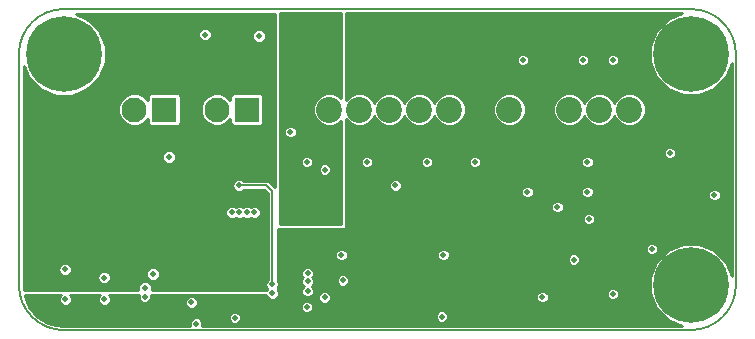
<source format=gbr>
G04 #@! TF.GenerationSoftware,KiCad,Pcbnew,5.0.2+dfsg1-1*
G04 #@! TF.CreationDate,2021-06-07T16:10:35-04:00*
G04 #@! TF.ProjectId,KyberBoard,4b796265-7242-46f6-9172-642e6b696361,rev?*
G04 #@! TF.SameCoordinates,Original*
G04 #@! TF.FileFunction,Copper,L2,Inr*
G04 #@! TF.FilePolarity,Positive*
%FSLAX46Y46*%
G04 Gerber Fmt 4.6, Leading zero omitted, Abs format (unit mm)*
G04 Created by KiCad (PCBNEW 5.0.2+dfsg1-1) date Mon 07 Jun 2021 04:10:35 PM EDT*
%MOMM*%
%LPD*%
G01*
G04 APERTURE LIST*
G04 #@! TA.AperFunction,NonConductor*
%ADD10C,0.150000*%
G04 #@! TD*
G04 #@! TA.AperFunction,ViaPad*
%ADD11C,0.600000*%
G04 #@! TD*
G04 #@! TA.AperFunction,ViaPad*
%ADD12R,2.200000X2.200000*%
G04 #@! TD*
G04 #@! TA.AperFunction,ViaPad*
%ADD13C,2.200000*%
G04 #@! TD*
G04 #@! TA.AperFunction,ViaPad*
%ADD14C,0.800000*%
G04 #@! TD*
G04 #@! TA.AperFunction,ViaPad*
%ADD15C,6.400000*%
G04 #@! TD*
G04 #@! TA.AperFunction,ViaPad*
%ADD16R,2.100000X2.100000*%
G04 #@! TD*
G04 #@! TA.AperFunction,ViaPad*
%ADD17C,2.100000*%
G04 #@! TD*
G04 #@! TA.AperFunction,ViaPad*
%ADD18C,0.508000*%
G04 #@! TD*
G04 #@! TA.AperFunction,Conductor*
%ADD19C,0.152400*%
G04 #@! TD*
G04 #@! TA.AperFunction,Conductor*
%ADD20C,0.254000*%
G04 #@! TD*
G04 APERTURE END LIST*
D10*
X116332000Y-67056000D02*
G75*
G02X120142000Y-63246000I3810000J0D01*
G01*
X120142000Y-90424000D02*
G75*
G02X116332000Y-86614000I0J3810000D01*
G01*
X116332000Y-86614000D02*
X116332000Y-67056000D01*
X173228000Y-90424000D02*
X120142000Y-90424000D01*
X173228000Y-63246000D02*
X120142000Y-63246000D01*
X177038000Y-86614000D02*
X177038000Y-67056000D01*
X177038000Y-86614000D02*
G75*
G02X173228000Y-90424000I-3810000J0D01*
G01*
X173228000Y-63246000D02*
G75*
G02X177038000Y-67056000I0J-3810000D01*
G01*
D11*
G04 #@! TO.N,/hbridge/VCC*
G04 #@! TO.C,U2*
X132866000Y-83336000D03*
X134366000Y-83336000D03*
X135866000Y-83336000D03*
X132866000Y-84336000D03*
X134366000Y-84336000D03*
X135866000Y-84336000D03*
X132866000Y-85336000D03*
X134366000Y-85336000D03*
X135866000Y-85336000D03*
X132866000Y-86336000D03*
X134366000Y-86336000D03*
X135866000Y-86336000D03*
G04 #@! TD*
D12*
G04 #@! TO.N,+12V*
G04 #@! TO.C,*
X140081000Y-71755000D03*
D13*
G04 #@! TO.N,/SOL-*
X142621000Y-71755000D03*
G04 #@! TO.N,/LED+*
X145161000Y-71755000D03*
G04 #@! TO.N,/LED-*
X147701000Y-71755000D03*
G04 #@! TO.N,/SPKR+*
X150241000Y-71755000D03*
G04 #@! TO.N,/SPKR-*
X152781000Y-71755000D03*
G04 #@! TO.N,+3V3*
X155321000Y-71755000D03*
G04 #@! TO.N,/BTN*
X157861000Y-71755000D03*
G04 #@! TO.N,+3V3*
X160401000Y-71755000D03*
G04 #@! TO.N,/ENC_A*
X162941000Y-71755000D03*
G04 #@! TO.N,/ENC_B*
X165481000Y-71755000D03*
G04 #@! TO.N,GND*
X168021000Y-71755000D03*
G04 #@! TD*
D14*
G04 #@! TO.N,GND*
G04 #@! TO.C,*
X121839056Y-65358944D03*
X120142000Y-64656000D03*
X118444944Y-65358944D03*
X117742000Y-67056000D03*
X118444944Y-68753056D03*
X120142000Y-69456000D03*
X121839056Y-68753056D03*
X122542000Y-67056000D03*
D15*
X120142000Y-67056000D03*
G04 #@! TD*
G04 #@! TO.N,GND*
G04 #@! TO.C,*
X173228000Y-67056000D03*
D14*
X175628000Y-67056000D03*
X174925056Y-68753056D03*
X173228000Y-69456000D03*
X171530944Y-68753056D03*
X170828000Y-67056000D03*
X171530944Y-65358944D03*
X173228000Y-64656000D03*
X174925056Y-65358944D03*
G04 #@! TD*
D15*
G04 #@! TO.N,GND*
G04 #@! TO.C,*
X173228000Y-86614000D03*
D14*
X175628000Y-86614000D03*
X174925056Y-88311056D03*
X173228000Y-89014000D03*
X171530944Y-88311056D03*
X170828000Y-86614000D03*
X171530944Y-84916944D03*
X173228000Y-84214000D03*
X174925056Y-84916944D03*
G04 #@! TD*
D16*
G04 #@! TO.N,GND*
G04 #@! TO.C,*
X128651000Y-71755000D03*
D17*
G04 #@! TO.N,/BATT+*
X126111000Y-71755000D03*
G04 #@! TD*
G04 #@! TO.N,/MOT+*
G04 #@! TO.C,*
X133096000Y-71755000D03*
D16*
G04 #@! TO.N,/MOT-*
X135636000Y-71755000D03*
G04 #@! TD*
D18*
G04 #@! TO.N,GND*
X136271000Y-80470000D03*
X135636000Y-80470000D03*
X135001000Y-80470000D03*
X134366000Y-80470000D03*
X140792200Y-85600800D03*
X140792200Y-87124800D03*
X131336759Y-89891800D03*
X120269000Y-85296000D03*
X120269000Y-87836000D03*
X123571000Y-87836000D03*
X143637000Y-84074000D03*
X134620000Y-89398100D03*
X145796000Y-76200000D03*
X140716000Y-76200000D03*
X150876000Y-76200000D03*
X154940000Y-76200000D03*
X161925000Y-80010000D03*
X164592000Y-81026000D03*
X143764000Y-86207600D03*
X127000000Y-86868000D03*
X123571000Y-85979000D03*
X152273000Y-84074000D03*
X160655000Y-87630000D03*
X159004000Y-67564000D03*
X164084000Y-67564000D03*
X166624000Y-67564000D03*
X139319000Y-73660000D03*
X132080000Y-65405000D03*
X136652000Y-65532000D03*
X169926000Y-83566000D03*
X166624000Y-87376000D03*
X171450000Y-75438000D03*
X175212200Y-78994000D03*
G04 #@! TO.N,+3V3*
X154686000Y-78994000D03*
X151384000Y-78994000D03*
X154686000Y-82804000D03*
X151384000Y-82804000D03*
X151384000Y-80772000D03*
X154686000Y-80772000D03*
X158038800Y-84480400D03*
X154940000Y-73914000D03*
X126492000Y-89408000D03*
X127704954Y-85655046D03*
X148336000Y-80137000D03*
X160655000Y-76200000D03*
X147955000Y-68072000D03*
X151638000Y-66611500D03*
X164084000Y-87376000D03*
X175006000Y-75438000D03*
G04 #@! TO.N,+12C*
X148209000Y-78168500D03*
G04 #@! TO.N,/micro/SWCLK*
X164465000Y-76200000D03*
G04 #@! TO.N,/micro/SWDIO*
X164465000Y-78740000D03*
G04 #@! TO.N,+12V*
X141605000Y-79756000D03*
X141605000Y-77470000D03*
X139700000Y-77470000D03*
X140652500Y-77470000D03*
X142748000Y-68072000D03*
X141732000Y-66802000D03*
G04 #@! TO.N,/hbridge/PWM_MTR*
X140716000Y-88471000D03*
G04 #@! TO.N,/hbridge/INA*
X130937000Y-88090000D03*
G04 #@! TO.N,/hbridge/INB*
X142211799Y-87658201D03*
G04 #@! TO.N,/hbridge/imtr*
X152146000Y-89281000D03*
G04 #@! TO.N,/micro/LED_HBEAT*
X159385000Y-78740000D03*
G04 #@! TO.N,Net-(C8-Pad1)*
X140774859Y-86311791D03*
G04 #@! TO.N,Net-(Q4-Pad2)*
X135001000Y-78184000D03*
X137795000Y-86566000D03*
G04 #@! TO.N,Net-(Q4-Pad4)*
X129025948Y-75791633D03*
G04 #@! TO.N,Net-(R12-Pad1)*
X126997224Y-87585483D03*
G04 #@! TO.N,Net-(R13-Pad1)*
X137795000Y-87328000D03*
G04 #@! TO.N,/hbridge/VCC*
X123698000Y-75819000D03*
X123698000Y-74549000D03*
X123698000Y-77089000D03*
X120015000Y-78740000D03*
X118745000Y-78740000D03*
X120015000Y-80010000D03*
X118745000Y-80010000D03*
X118745000Y-81280000D03*
X120015000Y-81280000D03*
X136652000Y-66548000D03*
X132080000Y-66548000D03*
G04 #@! TO.N,/micro/NRST*
X163322000Y-84455000D03*
G04 #@! TO.N,Net-(Q2-Pad4)*
X142240000Y-76835000D03*
G04 #@! TD*
D19*
G04 #@! TO.N,Net-(Q4-Pad2)*
X135001000Y-78184000D02*
X135001000Y-78184000D01*
X137795000Y-86566000D02*
X137795000Y-78692000D01*
X137287000Y-78184000D02*
X137795000Y-78692000D01*
X135001000Y-78184000D02*
X137287000Y-78184000D01*
G04 #@! TD*
D20*
G04 #@! TO.N,+3V3*
G36*
X171257078Y-64106308D02*
X170278308Y-65085078D01*
X169748600Y-66363904D01*
X169748600Y-67748096D01*
X170278308Y-69026922D01*
X171257078Y-70005692D01*
X172535904Y-70535400D01*
X173920096Y-70535400D01*
X175198922Y-70005692D01*
X176177692Y-69026922D01*
X176683601Y-67805552D01*
X176683600Y-85864446D01*
X176177692Y-84643078D01*
X175198922Y-83664308D01*
X173920096Y-83134600D01*
X172535904Y-83134600D01*
X171257078Y-83664308D01*
X170278308Y-84643078D01*
X169748600Y-85921904D01*
X169748600Y-87306096D01*
X170278308Y-88584922D01*
X171257078Y-89563692D01*
X172478446Y-90069600D01*
X131840460Y-90069600D01*
X131870159Y-89997900D01*
X131870159Y-89785700D01*
X131788954Y-89589653D01*
X131638906Y-89439605D01*
X131442859Y-89358400D01*
X131230659Y-89358400D01*
X131034612Y-89439605D01*
X130884564Y-89589653D01*
X130803359Y-89785700D01*
X130803359Y-89997900D01*
X130833058Y-90069600D01*
X120159955Y-90069600D01*
X119447521Y-89997234D01*
X118781410Y-89788487D01*
X118170882Y-89450065D01*
X117986465Y-89292000D01*
X134086600Y-89292000D01*
X134086600Y-89504200D01*
X134167805Y-89700247D01*
X134317853Y-89850295D01*
X134513900Y-89931500D01*
X134726100Y-89931500D01*
X134922147Y-89850295D01*
X135072195Y-89700247D01*
X135153400Y-89504200D01*
X135153400Y-89292000D01*
X135104896Y-89174900D01*
X151612600Y-89174900D01*
X151612600Y-89387100D01*
X151693805Y-89583147D01*
X151843853Y-89733195D01*
X152039900Y-89814400D01*
X152252100Y-89814400D01*
X152448147Y-89733195D01*
X152598195Y-89583147D01*
X152679400Y-89387100D01*
X152679400Y-89174900D01*
X152598195Y-88978853D01*
X152448147Y-88828805D01*
X152252100Y-88747600D01*
X152039900Y-88747600D01*
X151843853Y-88828805D01*
X151693805Y-88978853D01*
X151612600Y-89174900D01*
X135104896Y-89174900D01*
X135072195Y-89095953D01*
X134922147Y-88945905D01*
X134726100Y-88864700D01*
X134513900Y-88864700D01*
X134317853Y-88945905D01*
X134167805Y-89095953D01*
X134086600Y-89292000D01*
X117986465Y-89292000D01*
X117640872Y-88995791D01*
X117213031Y-88444222D01*
X116904838Y-87817890D01*
X116810194Y-87454547D01*
X119896046Y-87454612D01*
X119816805Y-87533853D01*
X119735600Y-87729900D01*
X119735600Y-87942100D01*
X119816805Y-88138147D01*
X119966853Y-88288195D01*
X120162900Y-88369400D01*
X120375100Y-88369400D01*
X120571147Y-88288195D01*
X120721195Y-88138147D01*
X120802400Y-87942100D01*
X120802400Y-87729900D01*
X120721195Y-87533853D01*
X120641970Y-87454628D01*
X123197976Y-87454682D01*
X123118805Y-87533853D01*
X123037600Y-87729900D01*
X123037600Y-87942100D01*
X123118805Y-88138147D01*
X123268853Y-88288195D01*
X123464900Y-88369400D01*
X123677100Y-88369400D01*
X123873147Y-88288195D01*
X124023195Y-88138147D01*
X124104400Y-87942100D01*
X124104400Y-87729900D01*
X124023195Y-87533853D01*
X123944040Y-87454698D01*
X126474027Y-87454752D01*
X126463824Y-87479383D01*
X126463824Y-87691583D01*
X126545029Y-87887630D01*
X126695077Y-88037678D01*
X126891124Y-88118883D01*
X127103324Y-88118883D01*
X127299371Y-88037678D01*
X127353149Y-87983900D01*
X130403600Y-87983900D01*
X130403600Y-88196100D01*
X130484805Y-88392147D01*
X130634853Y-88542195D01*
X130830900Y-88623400D01*
X131043100Y-88623400D01*
X131239147Y-88542195D01*
X131389195Y-88392147D01*
X131400481Y-88364900D01*
X140182600Y-88364900D01*
X140182600Y-88577100D01*
X140263805Y-88773147D01*
X140413853Y-88923195D01*
X140609900Y-89004400D01*
X140822100Y-89004400D01*
X141018147Y-88923195D01*
X141168195Y-88773147D01*
X141249400Y-88577100D01*
X141249400Y-88364900D01*
X141168195Y-88168853D01*
X141018147Y-88018805D01*
X140822100Y-87937600D01*
X140609900Y-87937600D01*
X140413853Y-88018805D01*
X140263805Y-88168853D01*
X140182600Y-88364900D01*
X131400481Y-88364900D01*
X131470400Y-88196100D01*
X131470400Y-87983900D01*
X131389195Y-87787853D01*
X131239147Y-87637805D01*
X131043100Y-87556600D01*
X130830900Y-87556600D01*
X130634853Y-87637805D01*
X130484805Y-87787853D01*
X130403600Y-87983900D01*
X127353149Y-87983900D01*
X127449419Y-87887630D01*
X127530624Y-87691583D01*
X127530624Y-87479383D01*
X127520431Y-87454774D01*
X137270249Y-87454981D01*
X137342805Y-87630147D01*
X137492853Y-87780195D01*
X137688900Y-87861400D01*
X137901100Y-87861400D01*
X138097147Y-87780195D01*
X138247195Y-87630147D01*
X138328400Y-87434100D01*
X138328400Y-87221900D01*
X138303000Y-87160579D01*
X138303000Y-86733421D01*
X138328400Y-86672100D01*
X138328400Y-86459900D01*
X138303000Y-86398579D01*
X138303000Y-86205691D01*
X140241459Y-86205691D01*
X140241459Y-86417891D01*
X140322664Y-86613938D01*
X140435692Y-86726966D01*
X140340005Y-86822653D01*
X140258800Y-87018700D01*
X140258800Y-87230900D01*
X140340005Y-87426947D01*
X140490053Y-87576995D01*
X140686100Y-87658200D01*
X140898300Y-87658200D01*
X141094347Y-87576995D01*
X141119241Y-87552101D01*
X141678399Y-87552101D01*
X141678399Y-87764301D01*
X141759604Y-87960348D01*
X141909652Y-88110396D01*
X142105699Y-88191601D01*
X142317899Y-88191601D01*
X142513946Y-88110396D01*
X142663994Y-87960348D01*
X142745199Y-87764301D01*
X142745199Y-87552101D01*
X142733518Y-87523900D01*
X160121600Y-87523900D01*
X160121600Y-87736100D01*
X160202805Y-87932147D01*
X160352853Y-88082195D01*
X160548900Y-88163400D01*
X160761100Y-88163400D01*
X160957147Y-88082195D01*
X161107195Y-87932147D01*
X161188400Y-87736100D01*
X161188400Y-87523900D01*
X161107195Y-87327853D01*
X161049242Y-87269900D01*
X166090600Y-87269900D01*
X166090600Y-87482100D01*
X166171805Y-87678147D01*
X166321853Y-87828195D01*
X166517900Y-87909400D01*
X166730100Y-87909400D01*
X166926147Y-87828195D01*
X167076195Y-87678147D01*
X167157400Y-87482100D01*
X167157400Y-87269900D01*
X167076195Y-87073853D01*
X166926147Y-86923805D01*
X166730100Y-86842600D01*
X166517900Y-86842600D01*
X166321853Y-86923805D01*
X166171805Y-87073853D01*
X166090600Y-87269900D01*
X161049242Y-87269900D01*
X160957147Y-87177805D01*
X160761100Y-87096600D01*
X160548900Y-87096600D01*
X160352853Y-87177805D01*
X160202805Y-87327853D01*
X160121600Y-87523900D01*
X142733518Y-87523900D01*
X142663994Y-87356054D01*
X142513946Y-87206006D01*
X142317899Y-87124801D01*
X142105699Y-87124801D01*
X141909652Y-87206006D01*
X141759604Y-87356054D01*
X141678399Y-87552101D01*
X141119241Y-87552101D01*
X141244395Y-87426947D01*
X141325600Y-87230900D01*
X141325600Y-87018700D01*
X141244395Y-86822653D01*
X141131367Y-86709625D01*
X141227054Y-86613938D01*
X141308259Y-86417891D01*
X141308259Y-86205691D01*
X141265102Y-86101500D01*
X143230600Y-86101500D01*
X143230600Y-86313700D01*
X143311805Y-86509747D01*
X143461853Y-86659795D01*
X143657900Y-86741000D01*
X143870100Y-86741000D01*
X144066147Y-86659795D01*
X144216195Y-86509747D01*
X144297400Y-86313700D01*
X144297400Y-86101500D01*
X144216195Y-85905453D01*
X144066147Y-85755405D01*
X143870100Y-85674200D01*
X143657900Y-85674200D01*
X143461853Y-85755405D01*
X143311805Y-85905453D01*
X143230600Y-86101500D01*
X141265102Y-86101500D01*
X141227054Y-86009644D01*
X141182376Y-85964966D01*
X141244395Y-85902947D01*
X141325600Y-85706900D01*
X141325600Y-85494700D01*
X141244395Y-85298653D01*
X141094347Y-85148605D01*
X140898300Y-85067400D01*
X140686100Y-85067400D01*
X140490053Y-85148605D01*
X140340005Y-85298653D01*
X140258800Y-85494700D01*
X140258800Y-85706900D01*
X140340005Y-85902947D01*
X140384683Y-85947625D01*
X140322664Y-86009644D01*
X140241459Y-86205691D01*
X138303000Y-86205691D01*
X138303000Y-83967900D01*
X143103600Y-83967900D01*
X143103600Y-84180100D01*
X143184805Y-84376147D01*
X143334853Y-84526195D01*
X143530900Y-84607400D01*
X143743100Y-84607400D01*
X143939147Y-84526195D01*
X144089195Y-84376147D01*
X144170400Y-84180100D01*
X144170400Y-83967900D01*
X151739600Y-83967900D01*
X151739600Y-84180100D01*
X151820805Y-84376147D01*
X151970853Y-84526195D01*
X152166900Y-84607400D01*
X152379100Y-84607400D01*
X152575147Y-84526195D01*
X152725195Y-84376147D01*
X152736481Y-84348900D01*
X162788600Y-84348900D01*
X162788600Y-84561100D01*
X162869805Y-84757147D01*
X163019853Y-84907195D01*
X163215900Y-84988400D01*
X163428100Y-84988400D01*
X163624147Y-84907195D01*
X163774195Y-84757147D01*
X163855400Y-84561100D01*
X163855400Y-84348900D01*
X163774195Y-84152853D01*
X163624147Y-84002805D01*
X163428100Y-83921600D01*
X163215900Y-83921600D01*
X163019853Y-84002805D01*
X162869805Y-84152853D01*
X162788600Y-84348900D01*
X152736481Y-84348900D01*
X152806400Y-84180100D01*
X152806400Y-83967900D01*
X152725195Y-83771853D01*
X152575147Y-83621805D01*
X152379100Y-83540600D01*
X152166900Y-83540600D01*
X151970853Y-83621805D01*
X151820805Y-83771853D01*
X151739600Y-83967900D01*
X144170400Y-83967900D01*
X144089195Y-83771853D01*
X143939147Y-83621805D01*
X143743100Y-83540600D01*
X143530900Y-83540600D01*
X143334853Y-83621805D01*
X143184805Y-83771853D01*
X143103600Y-83967900D01*
X138303000Y-83967900D01*
X138303000Y-83459900D01*
X169392600Y-83459900D01*
X169392600Y-83672100D01*
X169473805Y-83868147D01*
X169623853Y-84018195D01*
X169819900Y-84099400D01*
X170032100Y-84099400D01*
X170228147Y-84018195D01*
X170378195Y-83868147D01*
X170459400Y-83672100D01*
X170459400Y-83459900D01*
X170378195Y-83263853D01*
X170228147Y-83113805D01*
X170032100Y-83032600D01*
X169819900Y-83032600D01*
X169623853Y-83113805D01*
X169473805Y-83263853D01*
X169392600Y-83459900D01*
X138303000Y-83459900D01*
X138303000Y-81867000D01*
X143891000Y-81867000D01*
X143939601Y-81857333D01*
X143980803Y-81829803D01*
X144008333Y-81788601D01*
X144018000Y-81740000D01*
X144018000Y-80919900D01*
X164058600Y-80919900D01*
X164058600Y-81132100D01*
X164139805Y-81328147D01*
X164289853Y-81478195D01*
X164485900Y-81559400D01*
X164698100Y-81559400D01*
X164894147Y-81478195D01*
X165044195Y-81328147D01*
X165125400Y-81132100D01*
X165125400Y-80919900D01*
X165044195Y-80723853D01*
X164894147Y-80573805D01*
X164698100Y-80492600D01*
X164485900Y-80492600D01*
X164289853Y-80573805D01*
X164139805Y-80723853D01*
X164058600Y-80919900D01*
X144018000Y-80919900D01*
X144018000Y-79903900D01*
X161391600Y-79903900D01*
X161391600Y-80116100D01*
X161472805Y-80312147D01*
X161622853Y-80462195D01*
X161818900Y-80543400D01*
X162031100Y-80543400D01*
X162227147Y-80462195D01*
X162377195Y-80312147D01*
X162458400Y-80116100D01*
X162458400Y-79903900D01*
X162377195Y-79707853D01*
X162227147Y-79557805D01*
X162031100Y-79476600D01*
X161818900Y-79476600D01*
X161622853Y-79557805D01*
X161472805Y-79707853D01*
X161391600Y-79903900D01*
X144018000Y-79903900D01*
X144018000Y-78062400D01*
X147675600Y-78062400D01*
X147675600Y-78274600D01*
X147756805Y-78470647D01*
X147906853Y-78620695D01*
X148102900Y-78701900D01*
X148315100Y-78701900D01*
X148479267Y-78633900D01*
X158851600Y-78633900D01*
X158851600Y-78846100D01*
X158932805Y-79042147D01*
X159082853Y-79192195D01*
X159278900Y-79273400D01*
X159491100Y-79273400D01*
X159687147Y-79192195D01*
X159837195Y-79042147D01*
X159918400Y-78846100D01*
X159918400Y-78633900D01*
X163931600Y-78633900D01*
X163931600Y-78846100D01*
X164012805Y-79042147D01*
X164162853Y-79192195D01*
X164358900Y-79273400D01*
X164571100Y-79273400D01*
X164767147Y-79192195D01*
X164917195Y-79042147D01*
X164981085Y-78887900D01*
X174678800Y-78887900D01*
X174678800Y-79100100D01*
X174760005Y-79296147D01*
X174910053Y-79446195D01*
X175106100Y-79527400D01*
X175318300Y-79527400D01*
X175514347Y-79446195D01*
X175664395Y-79296147D01*
X175745600Y-79100100D01*
X175745600Y-78887900D01*
X175664395Y-78691853D01*
X175514347Y-78541805D01*
X175318300Y-78460600D01*
X175106100Y-78460600D01*
X174910053Y-78541805D01*
X174760005Y-78691853D01*
X174678800Y-78887900D01*
X164981085Y-78887900D01*
X164998400Y-78846100D01*
X164998400Y-78633900D01*
X164917195Y-78437853D01*
X164767147Y-78287805D01*
X164571100Y-78206600D01*
X164358900Y-78206600D01*
X164162853Y-78287805D01*
X164012805Y-78437853D01*
X163931600Y-78633900D01*
X159918400Y-78633900D01*
X159837195Y-78437853D01*
X159687147Y-78287805D01*
X159491100Y-78206600D01*
X159278900Y-78206600D01*
X159082853Y-78287805D01*
X158932805Y-78437853D01*
X158851600Y-78633900D01*
X148479267Y-78633900D01*
X148511147Y-78620695D01*
X148661195Y-78470647D01*
X148742400Y-78274600D01*
X148742400Y-78062400D01*
X148661195Y-77866353D01*
X148511147Y-77716305D01*
X148315100Y-77635100D01*
X148102900Y-77635100D01*
X147906853Y-77716305D01*
X147756805Y-77866353D01*
X147675600Y-78062400D01*
X144018000Y-78062400D01*
X144018000Y-76093900D01*
X145262600Y-76093900D01*
X145262600Y-76306100D01*
X145343805Y-76502147D01*
X145493853Y-76652195D01*
X145689900Y-76733400D01*
X145902100Y-76733400D01*
X146098147Y-76652195D01*
X146248195Y-76502147D01*
X146329400Y-76306100D01*
X146329400Y-76093900D01*
X150342600Y-76093900D01*
X150342600Y-76306100D01*
X150423805Y-76502147D01*
X150573853Y-76652195D01*
X150769900Y-76733400D01*
X150982100Y-76733400D01*
X151178147Y-76652195D01*
X151328195Y-76502147D01*
X151409400Y-76306100D01*
X151409400Y-76093900D01*
X154406600Y-76093900D01*
X154406600Y-76306100D01*
X154487805Y-76502147D01*
X154637853Y-76652195D01*
X154833900Y-76733400D01*
X155046100Y-76733400D01*
X155242147Y-76652195D01*
X155392195Y-76502147D01*
X155473400Y-76306100D01*
X155473400Y-76093900D01*
X163931600Y-76093900D01*
X163931600Y-76306100D01*
X164012805Y-76502147D01*
X164162853Y-76652195D01*
X164358900Y-76733400D01*
X164571100Y-76733400D01*
X164767147Y-76652195D01*
X164917195Y-76502147D01*
X164998400Y-76306100D01*
X164998400Y-76093900D01*
X164917195Y-75897853D01*
X164767147Y-75747805D01*
X164571100Y-75666600D01*
X164358900Y-75666600D01*
X164162853Y-75747805D01*
X164012805Y-75897853D01*
X163931600Y-76093900D01*
X155473400Y-76093900D01*
X155392195Y-75897853D01*
X155242147Y-75747805D01*
X155046100Y-75666600D01*
X154833900Y-75666600D01*
X154637853Y-75747805D01*
X154487805Y-75897853D01*
X154406600Y-76093900D01*
X151409400Y-76093900D01*
X151328195Y-75897853D01*
X151178147Y-75747805D01*
X150982100Y-75666600D01*
X150769900Y-75666600D01*
X150573853Y-75747805D01*
X150423805Y-75897853D01*
X150342600Y-76093900D01*
X146329400Y-76093900D01*
X146248195Y-75897853D01*
X146098147Y-75747805D01*
X145902100Y-75666600D01*
X145689900Y-75666600D01*
X145493853Y-75747805D01*
X145343805Y-75897853D01*
X145262600Y-76093900D01*
X144018000Y-76093900D01*
X144018000Y-75331900D01*
X170916600Y-75331900D01*
X170916600Y-75544100D01*
X170997805Y-75740147D01*
X171147853Y-75890195D01*
X171343900Y-75971400D01*
X171556100Y-75971400D01*
X171752147Y-75890195D01*
X171902195Y-75740147D01*
X171983400Y-75544100D01*
X171983400Y-75331900D01*
X171902195Y-75135853D01*
X171752147Y-74985805D01*
X171556100Y-74904600D01*
X171343900Y-74904600D01*
X171147853Y-74985805D01*
X170997805Y-75135853D01*
X170916600Y-75331900D01*
X144018000Y-75331900D01*
X144018000Y-72562766D01*
X144379633Y-72924399D01*
X144886620Y-73134400D01*
X145435380Y-73134400D01*
X145942367Y-72924399D01*
X146330399Y-72536367D01*
X146431000Y-72293495D01*
X146531601Y-72536367D01*
X146919633Y-72924399D01*
X147426620Y-73134400D01*
X147975380Y-73134400D01*
X148482367Y-72924399D01*
X148870399Y-72536367D01*
X148971000Y-72293495D01*
X149071601Y-72536367D01*
X149459633Y-72924399D01*
X149966620Y-73134400D01*
X150515380Y-73134400D01*
X151022367Y-72924399D01*
X151410399Y-72536367D01*
X151511000Y-72293495D01*
X151611601Y-72536367D01*
X151999633Y-72924399D01*
X152506620Y-73134400D01*
X153055380Y-73134400D01*
X153562367Y-72924399D01*
X153950399Y-72536367D01*
X154160400Y-72029380D01*
X154160400Y-71480620D01*
X156481600Y-71480620D01*
X156481600Y-72029380D01*
X156691601Y-72536367D01*
X157079633Y-72924399D01*
X157586620Y-73134400D01*
X158135380Y-73134400D01*
X158642367Y-72924399D01*
X159030399Y-72536367D01*
X159240400Y-72029380D01*
X159240400Y-71480620D01*
X161561600Y-71480620D01*
X161561600Y-72029380D01*
X161771601Y-72536367D01*
X162159633Y-72924399D01*
X162666620Y-73134400D01*
X163215380Y-73134400D01*
X163722367Y-72924399D01*
X164110399Y-72536367D01*
X164211000Y-72293495D01*
X164311601Y-72536367D01*
X164699633Y-72924399D01*
X165206620Y-73134400D01*
X165755380Y-73134400D01*
X166262367Y-72924399D01*
X166650399Y-72536367D01*
X166751000Y-72293495D01*
X166851601Y-72536367D01*
X167239633Y-72924399D01*
X167746620Y-73134400D01*
X168295380Y-73134400D01*
X168802367Y-72924399D01*
X169190399Y-72536367D01*
X169400400Y-72029380D01*
X169400400Y-71480620D01*
X169190399Y-70973633D01*
X168802367Y-70585601D01*
X168295380Y-70375600D01*
X167746620Y-70375600D01*
X167239633Y-70585601D01*
X166851601Y-70973633D01*
X166751000Y-71216505D01*
X166650399Y-70973633D01*
X166262367Y-70585601D01*
X165755380Y-70375600D01*
X165206620Y-70375600D01*
X164699633Y-70585601D01*
X164311601Y-70973633D01*
X164211000Y-71216505D01*
X164110399Y-70973633D01*
X163722367Y-70585601D01*
X163215380Y-70375600D01*
X162666620Y-70375600D01*
X162159633Y-70585601D01*
X161771601Y-70973633D01*
X161561600Y-71480620D01*
X159240400Y-71480620D01*
X159030399Y-70973633D01*
X158642367Y-70585601D01*
X158135380Y-70375600D01*
X157586620Y-70375600D01*
X157079633Y-70585601D01*
X156691601Y-70973633D01*
X156481600Y-71480620D01*
X154160400Y-71480620D01*
X153950399Y-70973633D01*
X153562367Y-70585601D01*
X153055380Y-70375600D01*
X152506620Y-70375600D01*
X151999633Y-70585601D01*
X151611601Y-70973633D01*
X151511000Y-71216505D01*
X151410399Y-70973633D01*
X151022367Y-70585601D01*
X150515380Y-70375600D01*
X149966620Y-70375600D01*
X149459633Y-70585601D01*
X149071601Y-70973633D01*
X148971000Y-71216505D01*
X148870399Y-70973633D01*
X148482367Y-70585601D01*
X147975380Y-70375600D01*
X147426620Y-70375600D01*
X146919633Y-70585601D01*
X146531601Y-70973633D01*
X146431000Y-71216505D01*
X146330399Y-70973633D01*
X145942367Y-70585601D01*
X145435380Y-70375600D01*
X144886620Y-70375600D01*
X144379633Y-70585601D01*
X144018000Y-70947234D01*
X144018000Y-67457900D01*
X158470600Y-67457900D01*
X158470600Y-67670100D01*
X158551805Y-67866147D01*
X158701853Y-68016195D01*
X158897900Y-68097400D01*
X159110100Y-68097400D01*
X159306147Y-68016195D01*
X159456195Y-67866147D01*
X159537400Y-67670100D01*
X159537400Y-67457900D01*
X163550600Y-67457900D01*
X163550600Y-67670100D01*
X163631805Y-67866147D01*
X163781853Y-68016195D01*
X163977900Y-68097400D01*
X164190100Y-68097400D01*
X164386147Y-68016195D01*
X164536195Y-67866147D01*
X164617400Y-67670100D01*
X164617400Y-67457900D01*
X166090600Y-67457900D01*
X166090600Y-67670100D01*
X166171805Y-67866147D01*
X166321853Y-68016195D01*
X166517900Y-68097400D01*
X166730100Y-68097400D01*
X166926147Y-68016195D01*
X167076195Y-67866147D01*
X167157400Y-67670100D01*
X167157400Y-67457900D01*
X167076195Y-67261853D01*
X166926147Y-67111805D01*
X166730100Y-67030600D01*
X166517900Y-67030600D01*
X166321853Y-67111805D01*
X166171805Y-67261853D01*
X166090600Y-67457900D01*
X164617400Y-67457900D01*
X164536195Y-67261853D01*
X164386147Y-67111805D01*
X164190100Y-67030600D01*
X163977900Y-67030600D01*
X163781853Y-67111805D01*
X163631805Y-67261853D01*
X163550600Y-67457900D01*
X159537400Y-67457900D01*
X159456195Y-67261853D01*
X159306147Y-67111805D01*
X159110100Y-67030600D01*
X158897900Y-67030600D01*
X158701853Y-67111805D01*
X158551805Y-67261853D01*
X158470600Y-67457900D01*
X144018000Y-67457900D01*
X144018000Y-63600400D01*
X172478446Y-63600400D01*
X171257078Y-64106308D01*
X171257078Y-64106308D01*
G37*
X171257078Y-64106308D02*
X170278308Y-65085078D01*
X169748600Y-66363904D01*
X169748600Y-67748096D01*
X170278308Y-69026922D01*
X171257078Y-70005692D01*
X172535904Y-70535400D01*
X173920096Y-70535400D01*
X175198922Y-70005692D01*
X176177692Y-69026922D01*
X176683601Y-67805552D01*
X176683600Y-85864446D01*
X176177692Y-84643078D01*
X175198922Y-83664308D01*
X173920096Y-83134600D01*
X172535904Y-83134600D01*
X171257078Y-83664308D01*
X170278308Y-84643078D01*
X169748600Y-85921904D01*
X169748600Y-87306096D01*
X170278308Y-88584922D01*
X171257078Y-89563692D01*
X172478446Y-90069600D01*
X131840460Y-90069600D01*
X131870159Y-89997900D01*
X131870159Y-89785700D01*
X131788954Y-89589653D01*
X131638906Y-89439605D01*
X131442859Y-89358400D01*
X131230659Y-89358400D01*
X131034612Y-89439605D01*
X130884564Y-89589653D01*
X130803359Y-89785700D01*
X130803359Y-89997900D01*
X130833058Y-90069600D01*
X120159955Y-90069600D01*
X119447521Y-89997234D01*
X118781410Y-89788487D01*
X118170882Y-89450065D01*
X117986465Y-89292000D01*
X134086600Y-89292000D01*
X134086600Y-89504200D01*
X134167805Y-89700247D01*
X134317853Y-89850295D01*
X134513900Y-89931500D01*
X134726100Y-89931500D01*
X134922147Y-89850295D01*
X135072195Y-89700247D01*
X135153400Y-89504200D01*
X135153400Y-89292000D01*
X135104896Y-89174900D01*
X151612600Y-89174900D01*
X151612600Y-89387100D01*
X151693805Y-89583147D01*
X151843853Y-89733195D01*
X152039900Y-89814400D01*
X152252100Y-89814400D01*
X152448147Y-89733195D01*
X152598195Y-89583147D01*
X152679400Y-89387100D01*
X152679400Y-89174900D01*
X152598195Y-88978853D01*
X152448147Y-88828805D01*
X152252100Y-88747600D01*
X152039900Y-88747600D01*
X151843853Y-88828805D01*
X151693805Y-88978853D01*
X151612600Y-89174900D01*
X135104896Y-89174900D01*
X135072195Y-89095953D01*
X134922147Y-88945905D01*
X134726100Y-88864700D01*
X134513900Y-88864700D01*
X134317853Y-88945905D01*
X134167805Y-89095953D01*
X134086600Y-89292000D01*
X117986465Y-89292000D01*
X117640872Y-88995791D01*
X117213031Y-88444222D01*
X116904838Y-87817890D01*
X116810194Y-87454547D01*
X119896046Y-87454612D01*
X119816805Y-87533853D01*
X119735600Y-87729900D01*
X119735600Y-87942100D01*
X119816805Y-88138147D01*
X119966853Y-88288195D01*
X120162900Y-88369400D01*
X120375100Y-88369400D01*
X120571147Y-88288195D01*
X120721195Y-88138147D01*
X120802400Y-87942100D01*
X120802400Y-87729900D01*
X120721195Y-87533853D01*
X120641970Y-87454628D01*
X123197976Y-87454682D01*
X123118805Y-87533853D01*
X123037600Y-87729900D01*
X123037600Y-87942100D01*
X123118805Y-88138147D01*
X123268853Y-88288195D01*
X123464900Y-88369400D01*
X123677100Y-88369400D01*
X123873147Y-88288195D01*
X124023195Y-88138147D01*
X124104400Y-87942100D01*
X124104400Y-87729900D01*
X124023195Y-87533853D01*
X123944040Y-87454698D01*
X126474027Y-87454752D01*
X126463824Y-87479383D01*
X126463824Y-87691583D01*
X126545029Y-87887630D01*
X126695077Y-88037678D01*
X126891124Y-88118883D01*
X127103324Y-88118883D01*
X127299371Y-88037678D01*
X127353149Y-87983900D01*
X130403600Y-87983900D01*
X130403600Y-88196100D01*
X130484805Y-88392147D01*
X130634853Y-88542195D01*
X130830900Y-88623400D01*
X131043100Y-88623400D01*
X131239147Y-88542195D01*
X131389195Y-88392147D01*
X131400481Y-88364900D01*
X140182600Y-88364900D01*
X140182600Y-88577100D01*
X140263805Y-88773147D01*
X140413853Y-88923195D01*
X140609900Y-89004400D01*
X140822100Y-89004400D01*
X141018147Y-88923195D01*
X141168195Y-88773147D01*
X141249400Y-88577100D01*
X141249400Y-88364900D01*
X141168195Y-88168853D01*
X141018147Y-88018805D01*
X140822100Y-87937600D01*
X140609900Y-87937600D01*
X140413853Y-88018805D01*
X140263805Y-88168853D01*
X140182600Y-88364900D01*
X131400481Y-88364900D01*
X131470400Y-88196100D01*
X131470400Y-87983900D01*
X131389195Y-87787853D01*
X131239147Y-87637805D01*
X131043100Y-87556600D01*
X130830900Y-87556600D01*
X130634853Y-87637805D01*
X130484805Y-87787853D01*
X130403600Y-87983900D01*
X127353149Y-87983900D01*
X127449419Y-87887630D01*
X127530624Y-87691583D01*
X127530624Y-87479383D01*
X127520431Y-87454774D01*
X137270249Y-87454981D01*
X137342805Y-87630147D01*
X137492853Y-87780195D01*
X137688900Y-87861400D01*
X137901100Y-87861400D01*
X138097147Y-87780195D01*
X138247195Y-87630147D01*
X138328400Y-87434100D01*
X138328400Y-87221900D01*
X138303000Y-87160579D01*
X138303000Y-86733421D01*
X138328400Y-86672100D01*
X138328400Y-86459900D01*
X138303000Y-86398579D01*
X138303000Y-86205691D01*
X140241459Y-86205691D01*
X140241459Y-86417891D01*
X140322664Y-86613938D01*
X140435692Y-86726966D01*
X140340005Y-86822653D01*
X140258800Y-87018700D01*
X140258800Y-87230900D01*
X140340005Y-87426947D01*
X140490053Y-87576995D01*
X140686100Y-87658200D01*
X140898300Y-87658200D01*
X141094347Y-87576995D01*
X141119241Y-87552101D01*
X141678399Y-87552101D01*
X141678399Y-87764301D01*
X141759604Y-87960348D01*
X141909652Y-88110396D01*
X142105699Y-88191601D01*
X142317899Y-88191601D01*
X142513946Y-88110396D01*
X142663994Y-87960348D01*
X142745199Y-87764301D01*
X142745199Y-87552101D01*
X142733518Y-87523900D01*
X160121600Y-87523900D01*
X160121600Y-87736100D01*
X160202805Y-87932147D01*
X160352853Y-88082195D01*
X160548900Y-88163400D01*
X160761100Y-88163400D01*
X160957147Y-88082195D01*
X161107195Y-87932147D01*
X161188400Y-87736100D01*
X161188400Y-87523900D01*
X161107195Y-87327853D01*
X161049242Y-87269900D01*
X166090600Y-87269900D01*
X166090600Y-87482100D01*
X166171805Y-87678147D01*
X166321853Y-87828195D01*
X166517900Y-87909400D01*
X166730100Y-87909400D01*
X166926147Y-87828195D01*
X167076195Y-87678147D01*
X167157400Y-87482100D01*
X167157400Y-87269900D01*
X167076195Y-87073853D01*
X166926147Y-86923805D01*
X166730100Y-86842600D01*
X166517900Y-86842600D01*
X166321853Y-86923805D01*
X166171805Y-87073853D01*
X166090600Y-87269900D01*
X161049242Y-87269900D01*
X160957147Y-87177805D01*
X160761100Y-87096600D01*
X160548900Y-87096600D01*
X160352853Y-87177805D01*
X160202805Y-87327853D01*
X160121600Y-87523900D01*
X142733518Y-87523900D01*
X142663994Y-87356054D01*
X142513946Y-87206006D01*
X142317899Y-87124801D01*
X142105699Y-87124801D01*
X141909652Y-87206006D01*
X141759604Y-87356054D01*
X141678399Y-87552101D01*
X141119241Y-87552101D01*
X141244395Y-87426947D01*
X141325600Y-87230900D01*
X141325600Y-87018700D01*
X141244395Y-86822653D01*
X141131367Y-86709625D01*
X141227054Y-86613938D01*
X141308259Y-86417891D01*
X141308259Y-86205691D01*
X141265102Y-86101500D01*
X143230600Y-86101500D01*
X143230600Y-86313700D01*
X143311805Y-86509747D01*
X143461853Y-86659795D01*
X143657900Y-86741000D01*
X143870100Y-86741000D01*
X144066147Y-86659795D01*
X144216195Y-86509747D01*
X144297400Y-86313700D01*
X144297400Y-86101500D01*
X144216195Y-85905453D01*
X144066147Y-85755405D01*
X143870100Y-85674200D01*
X143657900Y-85674200D01*
X143461853Y-85755405D01*
X143311805Y-85905453D01*
X143230600Y-86101500D01*
X141265102Y-86101500D01*
X141227054Y-86009644D01*
X141182376Y-85964966D01*
X141244395Y-85902947D01*
X141325600Y-85706900D01*
X141325600Y-85494700D01*
X141244395Y-85298653D01*
X141094347Y-85148605D01*
X140898300Y-85067400D01*
X140686100Y-85067400D01*
X140490053Y-85148605D01*
X140340005Y-85298653D01*
X140258800Y-85494700D01*
X140258800Y-85706900D01*
X140340005Y-85902947D01*
X140384683Y-85947625D01*
X140322664Y-86009644D01*
X140241459Y-86205691D01*
X138303000Y-86205691D01*
X138303000Y-83967900D01*
X143103600Y-83967900D01*
X143103600Y-84180100D01*
X143184805Y-84376147D01*
X143334853Y-84526195D01*
X143530900Y-84607400D01*
X143743100Y-84607400D01*
X143939147Y-84526195D01*
X144089195Y-84376147D01*
X144170400Y-84180100D01*
X144170400Y-83967900D01*
X151739600Y-83967900D01*
X151739600Y-84180100D01*
X151820805Y-84376147D01*
X151970853Y-84526195D01*
X152166900Y-84607400D01*
X152379100Y-84607400D01*
X152575147Y-84526195D01*
X152725195Y-84376147D01*
X152736481Y-84348900D01*
X162788600Y-84348900D01*
X162788600Y-84561100D01*
X162869805Y-84757147D01*
X163019853Y-84907195D01*
X163215900Y-84988400D01*
X163428100Y-84988400D01*
X163624147Y-84907195D01*
X163774195Y-84757147D01*
X163855400Y-84561100D01*
X163855400Y-84348900D01*
X163774195Y-84152853D01*
X163624147Y-84002805D01*
X163428100Y-83921600D01*
X163215900Y-83921600D01*
X163019853Y-84002805D01*
X162869805Y-84152853D01*
X162788600Y-84348900D01*
X152736481Y-84348900D01*
X152806400Y-84180100D01*
X152806400Y-83967900D01*
X152725195Y-83771853D01*
X152575147Y-83621805D01*
X152379100Y-83540600D01*
X152166900Y-83540600D01*
X151970853Y-83621805D01*
X151820805Y-83771853D01*
X151739600Y-83967900D01*
X144170400Y-83967900D01*
X144089195Y-83771853D01*
X143939147Y-83621805D01*
X143743100Y-83540600D01*
X143530900Y-83540600D01*
X143334853Y-83621805D01*
X143184805Y-83771853D01*
X143103600Y-83967900D01*
X138303000Y-83967900D01*
X138303000Y-83459900D01*
X169392600Y-83459900D01*
X169392600Y-83672100D01*
X169473805Y-83868147D01*
X169623853Y-84018195D01*
X169819900Y-84099400D01*
X170032100Y-84099400D01*
X170228147Y-84018195D01*
X170378195Y-83868147D01*
X170459400Y-83672100D01*
X170459400Y-83459900D01*
X170378195Y-83263853D01*
X170228147Y-83113805D01*
X170032100Y-83032600D01*
X169819900Y-83032600D01*
X169623853Y-83113805D01*
X169473805Y-83263853D01*
X169392600Y-83459900D01*
X138303000Y-83459900D01*
X138303000Y-81867000D01*
X143891000Y-81867000D01*
X143939601Y-81857333D01*
X143980803Y-81829803D01*
X144008333Y-81788601D01*
X144018000Y-81740000D01*
X144018000Y-80919900D01*
X164058600Y-80919900D01*
X164058600Y-81132100D01*
X164139805Y-81328147D01*
X164289853Y-81478195D01*
X164485900Y-81559400D01*
X164698100Y-81559400D01*
X164894147Y-81478195D01*
X165044195Y-81328147D01*
X165125400Y-81132100D01*
X165125400Y-80919900D01*
X165044195Y-80723853D01*
X164894147Y-80573805D01*
X164698100Y-80492600D01*
X164485900Y-80492600D01*
X164289853Y-80573805D01*
X164139805Y-80723853D01*
X164058600Y-80919900D01*
X144018000Y-80919900D01*
X144018000Y-79903900D01*
X161391600Y-79903900D01*
X161391600Y-80116100D01*
X161472805Y-80312147D01*
X161622853Y-80462195D01*
X161818900Y-80543400D01*
X162031100Y-80543400D01*
X162227147Y-80462195D01*
X162377195Y-80312147D01*
X162458400Y-80116100D01*
X162458400Y-79903900D01*
X162377195Y-79707853D01*
X162227147Y-79557805D01*
X162031100Y-79476600D01*
X161818900Y-79476600D01*
X161622853Y-79557805D01*
X161472805Y-79707853D01*
X161391600Y-79903900D01*
X144018000Y-79903900D01*
X144018000Y-78062400D01*
X147675600Y-78062400D01*
X147675600Y-78274600D01*
X147756805Y-78470647D01*
X147906853Y-78620695D01*
X148102900Y-78701900D01*
X148315100Y-78701900D01*
X148479267Y-78633900D01*
X158851600Y-78633900D01*
X158851600Y-78846100D01*
X158932805Y-79042147D01*
X159082853Y-79192195D01*
X159278900Y-79273400D01*
X159491100Y-79273400D01*
X159687147Y-79192195D01*
X159837195Y-79042147D01*
X159918400Y-78846100D01*
X159918400Y-78633900D01*
X163931600Y-78633900D01*
X163931600Y-78846100D01*
X164012805Y-79042147D01*
X164162853Y-79192195D01*
X164358900Y-79273400D01*
X164571100Y-79273400D01*
X164767147Y-79192195D01*
X164917195Y-79042147D01*
X164981085Y-78887900D01*
X174678800Y-78887900D01*
X174678800Y-79100100D01*
X174760005Y-79296147D01*
X174910053Y-79446195D01*
X175106100Y-79527400D01*
X175318300Y-79527400D01*
X175514347Y-79446195D01*
X175664395Y-79296147D01*
X175745600Y-79100100D01*
X175745600Y-78887900D01*
X175664395Y-78691853D01*
X175514347Y-78541805D01*
X175318300Y-78460600D01*
X175106100Y-78460600D01*
X174910053Y-78541805D01*
X174760005Y-78691853D01*
X174678800Y-78887900D01*
X164981085Y-78887900D01*
X164998400Y-78846100D01*
X164998400Y-78633900D01*
X164917195Y-78437853D01*
X164767147Y-78287805D01*
X164571100Y-78206600D01*
X164358900Y-78206600D01*
X164162853Y-78287805D01*
X164012805Y-78437853D01*
X163931600Y-78633900D01*
X159918400Y-78633900D01*
X159837195Y-78437853D01*
X159687147Y-78287805D01*
X159491100Y-78206600D01*
X159278900Y-78206600D01*
X159082853Y-78287805D01*
X158932805Y-78437853D01*
X158851600Y-78633900D01*
X148479267Y-78633900D01*
X148511147Y-78620695D01*
X148661195Y-78470647D01*
X148742400Y-78274600D01*
X148742400Y-78062400D01*
X148661195Y-77866353D01*
X148511147Y-77716305D01*
X148315100Y-77635100D01*
X148102900Y-77635100D01*
X147906853Y-77716305D01*
X147756805Y-77866353D01*
X147675600Y-78062400D01*
X144018000Y-78062400D01*
X144018000Y-76093900D01*
X145262600Y-76093900D01*
X145262600Y-76306100D01*
X145343805Y-76502147D01*
X145493853Y-76652195D01*
X145689900Y-76733400D01*
X145902100Y-76733400D01*
X146098147Y-76652195D01*
X146248195Y-76502147D01*
X146329400Y-76306100D01*
X146329400Y-76093900D01*
X150342600Y-76093900D01*
X150342600Y-76306100D01*
X150423805Y-76502147D01*
X150573853Y-76652195D01*
X150769900Y-76733400D01*
X150982100Y-76733400D01*
X151178147Y-76652195D01*
X151328195Y-76502147D01*
X151409400Y-76306100D01*
X151409400Y-76093900D01*
X154406600Y-76093900D01*
X154406600Y-76306100D01*
X154487805Y-76502147D01*
X154637853Y-76652195D01*
X154833900Y-76733400D01*
X155046100Y-76733400D01*
X155242147Y-76652195D01*
X155392195Y-76502147D01*
X155473400Y-76306100D01*
X155473400Y-76093900D01*
X163931600Y-76093900D01*
X163931600Y-76306100D01*
X164012805Y-76502147D01*
X164162853Y-76652195D01*
X164358900Y-76733400D01*
X164571100Y-76733400D01*
X164767147Y-76652195D01*
X164917195Y-76502147D01*
X164998400Y-76306100D01*
X164998400Y-76093900D01*
X164917195Y-75897853D01*
X164767147Y-75747805D01*
X164571100Y-75666600D01*
X164358900Y-75666600D01*
X164162853Y-75747805D01*
X164012805Y-75897853D01*
X163931600Y-76093900D01*
X155473400Y-76093900D01*
X155392195Y-75897853D01*
X155242147Y-75747805D01*
X155046100Y-75666600D01*
X154833900Y-75666600D01*
X154637853Y-75747805D01*
X154487805Y-75897853D01*
X154406600Y-76093900D01*
X151409400Y-76093900D01*
X151328195Y-75897853D01*
X151178147Y-75747805D01*
X150982100Y-75666600D01*
X150769900Y-75666600D01*
X150573853Y-75747805D01*
X150423805Y-75897853D01*
X150342600Y-76093900D01*
X146329400Y-76093900D01*
X146248195Y-75897853D01*
X146098147Y-75747805D01*
X145902100Y-75666600D01*
X145689900Y-75666600D01*
X145493853Y-75747805D01*
X145343805Y-75897853D01*
X145262600Y-76093900D01*
X144018000Y-76093900D01*
X144018000Y-75331900D01*
X170916600Y-75331900D01*
X170916600Y-75544100D01*
X170997805Y-75740147D01*
X171147853Y-75890195D01*
X171343900Y-75971400D01*
X171556100Y-75971400D01*
X171752147Y-75890195D01*
X171902195Y-75740147D01*
X171983400Y-75544100D01*
X171983400Y-75331900D01*
X171902195Y-75135853D01*
X171752147Y-74985805D01*
X171556100Y-74904600D01*
X171343900Y-74904600D01*
X171147853Y-74985805D01*
X170997805Y-75135853D01*
X170916600Y-75331900D01*
X144018000Y-75331900D01*
X144018000Y-72562766D01*
X144379633Y-72924399D01*
X144886620Y-73134400D01*
X145435380Y-73134400D01*
X145942367Y-72924399D01*
X146330399Y-72536367D01*
X146431000Y-72293495D01*
X146531601Y-72536367D01*
X146919633Y-72924399D01*
X147426620Y-73134400D01*
X147975380Y-73134400D01*
X148482367Y-72924399D01*
X148870399Y-72536367D01*
X148971000Y-72293495D01*
X149071601Y-72536367D01*
X149459633Y-72924399D01*
X149966620Y-73134400D01*
X150515380Y-73134400D01*
X151022367Y-72924399D01*
X151410399Y-72536367D01*
X151511000Y-72293495D01*
X151611601Y-72536367D01*
X151999633Y-72924399D01*
X152506620Y-73134400D01*
X153055380Y-73134400D01*
X153562367Y-72924399D01*
X153950399Y-72536367D01*
X154160400Y-72029380D01*
X154160400Y-71480620D01*
X156481600Y-71480620D01*
X156481600Y-72029380D01*
X156691601Y-72536367D01*
X157079633Y-72924399D01*
X157586620Y-73134400D01*
X158135380Y-73134400D01*
X158642367Y-72924399D01*
X159030399Y-72536367D01*
X159240400Y-72029380D01*
X159240400Y-71480620D01*
X161561600Y-71480620D01*
X161561600Y-72029380D01*
X161771601Y-72536367D01*
X162159633Y-72924399D01*
X162666620Y-73134400D01*
X163215380Y-73134400D01*
X163722367Y-72924399D01*
X164110399Y-72536367D01*
X164211000Y-72293495D01*
X164311601Y-72536367D01*
X164699633Y-72924399D01*
X165206620Y-73134400D01*
X165755380Y-73134400D01*
X166262367Y-72924399D01*
X166650399Y-72536367D01*
X166751000Y-72293495D01*
X166851601Y-72536367D01*
X167239633Y-72924399D01*
X167746620Y-73134400D01*
X168295380Y-73134400D01*
X168802367Y-72924399D01*
X169190399Y-72536367D01*
X169400400Y-72029380D01*
X169400400Y-71480620D01*
X169190399Y-70973633D01*
X168802367Y-70585601D01*
X168295380Y-70375600D01*
X167746620Y-70375600D01*
X167239633Y-70585601D01*
X166851601Y-70973633D01*
X166751000Y-71216505D01*
X166650399Y-70973633D01*
X166262367Y-70585601D01*
X165755380Y-70375600D01*
X165206620Y-70375600D01*
X164699633Y-70585601D01*
X164311601Y-70973633D01*
X164211000Y-71216505D01*
X164110399Y-70973633D01*
X163722367Y-70585601D01*
X163215380Y-70375600D01*
X162666620Y-70375600D01*
X162159633Y-70585601D01*
X161771601Y-70973633D01*
X161561600Y-71480620D01*
X159240400Y-71480620D01*
X159030399Y-70973633D01*
X158642367Y-70585601D01*
X158135380Y-70375600D01*
X157586620Y-70375600D01*
X157079633Y-70585601D01*
X156691601Y-70973633D01*
X156481600Y-71480620D01*
X154160400Y-71480620D01*
X153950399Y-70973633D01*
X153562367Y-70585601D01*
X153055380Y-70375600D01*
X152506620Y-70375600D01*
X151999633Y-70585601D01*
X151611601Y-70973633D01*
X151511000Y-71216505D01*
X151410399Y-70973633D01*
X151022367Y-70585601D01*
X150515380Y-70375600D01*
X149966620Y-70375600D01*
X149459633Y-70585601D01*
X149071601Y-70973633D01*
X148971000Y-71216505D01*
X148870399Y-70973633D01*
X148482367Y-70585601D01*
X147975380Y-70375600D01*
X147426620Y-70375600D01*
X146919633Y-70585601D01*
X146531601Y-70973633D01*
X146431000Y-71216505D01*
X146330399Y-70973633D01*
X145942367Y-70585601D01*
X145435380Y-70375600D01*
X144886620Y-70375600D01*
X144379633Y-70585601D01*
X144018000Y-70947234D01*
X144018000Y-67457900D01*
X158470600Y-67457900D01*
X158470600Y-67670100D01*
X158551805Y-67866147D01*
X158701853Y-68016195D01*
X158897900Y-68097400D01*
X159110100Y-68097400D01*
X159306147Y-68016195D01*
X159456195Y-67866147D01*
X159537400Y-67670100D01*
X159537400Y-67457900D01*
X163550600Y-67457900D01*
X163550600Y-67670100D01*
X163631805Y-67866147D01*
X163781853Y-68016195D01*
X163977900Y-68097400D01*
X164190100Y-68097400D01*
X164386147Y-68016195D01*
X164536195Y-67866147D01*
X164617400Y-67670100D01*
X164617400Y-67457900D01*
X166090600Y-67457900D01*
X166090600Y-67670100D01*
X166171805Y-67866147D01*
X166321853Y-68016195D01*
X166517900Y-68097400D01*
X166730100Y-68097400D01*
X166926147Y-68016195D01*
X167076195Y-67866147D01*
X167157400Y-67670100D01*
X167157400Y-67457900D01*
X167076195Y-67261853D01*
X166926147Y-67111805D01*
X166730100Y-67030600D01*
X166517900Y-67030600D01*
X166321853Y-67111805D01*
X166171805Y-67261853D01*
X166090600Y-67457900D01*
X164617400Y-67457900D01*
X164536195Y-67261853D01*
X164386147Y-67111805D01*
X164190100Y-67030600D01*
X163977900Y-67030600D01*
X163781853Y-67111805D01*
X163631805Y-67261853D01*
X163550600Y-67457900D01*
X159537400Y-67457900D01*
X159456195Y-67261853D01*
X159306147Y-67111805D01*
X159110100Y-67030600D01*
X158897900Y-67030600D01*
X158701853Y-67111805D01*
X158551805Y-67261853D01*
X158470600Y-67457900D01*
X144018000Y-67457900D01*
X144018000Y-63600400D01*
X172478446Y-63600400D01*
X171257078Y-64106308D01*
G04 #@! TO.N,+12V*
G36*
X143611600Y-70794834D02*
X143402367Y-70585601D01*
X142895380Y-70375600D01*
X142346620Y-70375600D01*
X141839633Y-70585601D01*
X141451601Y-70973633D01*
X141241600Y-71480620D01*
X141241600Y-72029380D01*
X141451601Y-72536367D01*
X141839633Y-72924399D01*
X142346620Y-73134400D01*
X142895380Y-73134400D01*
X143402367Y-72924399D01*
X143611600Y-72715166D01*
X143611600Y-81460600D01*
X138442700Y-81460600D01*
X138442700Y-76093900D01*
X140182600Y-76093900D01*
X140182600Y-76306100D01*
X140263805Y-76502147D01*
X140413853Y-76652195D01*
X140609900Y-76733400D01*
X140822100Y-76733400D01*
X140832964Y-76728900D01*
X141706600Y-76728900D01*
X141706600Y-76941100D01*
X141787805Y-77137147D01*
X141937853Y-77287195D01*
X142133900Y-77368400D01*
X142346100Y-77368400D01*
X142542147Y-77287195D01*
X142692195Y-77137147D01*
X142773400Y-76941100D01*
X142773400Y-76728900D01*
X142692195Y-76532853D01*
X142542147Y-76382805D01*
X142346100Y-76301600D01*
X142133900Y-76301600D01*
X141937853Y-76382805D01*
X141787805Y-76532853D01*
X141706600Y-76728900D01*
X140832964Y-76728900D01*
X141018147Y-76652195D01*
X141168195Y-76502147D01*
X141249400Y-76306100D01*
X141249400Y-76093900D01*
X141168195Y-75897853D01*
X141018147Y-75747805D01*
X140822100Y-75666600D01*
X140609900Y-75666600D01*
X140413853Y-75747805D01*
X140263805Y-75897853D01*
X140182600Y-76093900D01*
X138442700Y-76093900D01*
X138442700Y-73553900D01*
X138785600Y-73553900D01*
X138785600Y-73766100D01*
X138866805Y-73962147D01*
X139016853Y-74112195D01*
X139212900Y-74193400D01*
X139425100Y-74193400D01*
X139621147Y-74112195D01*
X139771195Y-73962147D01*
X139852400Y-73766100D01*
X139852400Y-73553900D01*
X139771195Y-73357853D01*
X139621147Y-73207805D01*
X139425100Y-73126600D01*
X139212900Y-73126600D01*
X139016853Y-73207805D01*
X138866805Y-73357853D01*
X138785600Y-73553900D01*
X138442700Y-73553900D01*
X138442700Y-63600400D01*
X143611600Y-63600400D01*
X143611600Y-70794834D01*
X143611600Y-70794834D01*
G37*
X143611600Y-70794834D02*
X143402367Y-70585601D01*
X142895380Y-70375600D01*
X142346620Y-70375600D01*
X141839633Y-70585601D01*
X141451601Y-70973633D01*
X141241600Y-71480620D01*
X141241600Y-72029380D01*
X141451601Y-72536367D01*
X141839633Y-72924399D01*
X142346620Y-73134400D01*
X142895380Y-73134400D01*
X143402367Y-72924399D01*
X143611600Y-72715166D01*
X143611600Y-81460600D01*
X138442700Y-81460600D01*
X138442700Y-76093900D01*
X140182600Y-76093900D01*
X140182600Y-76306100D01*
X140263805Y-76502147D01*
X140413853Y-76652195D01*
X140609900Y-76733400D01*
X140822100Y-76733400D01*
X140832964Y-76728900D01*
X141706600Y-76728900D01*
X141706600Y-76941100D01*
X141787805Y-77137147D01*
X141937853Y-77287195D01*
X142133900Y-77368400D01*
X142346100Y-77368400D01*
X142542147Y-77287195D01*
X142692195Y-77137147D01*
X142773400Y-76941100D01*
X142773400Y-76728900D01*
X142692195Y-76532853D01*
X142542147Y-76382805D01*
X142346100Y-76301600D01*
X142133900Y-76301600D01*
X141937853Y-76382805D01*
X141787805Y-76532853D01*
X141706600Y-76728900D01*
X140832964Y-76728900D01*
X141018147Y-76652195D01*
X141168195Y-76502147D01*
X141249400Y-76306100D01*
X141249400Y-76093900D01*
X141168195Y-75897853D01*
X141018147Y-75747805D01*
X140822100Y-75666600D01*
X140609900Y-75666600D01*
X140413853Y-75747805D01*
X140263805Y-75897853D01*
X140182600Y-76093900D01*
X138442700Y-76093900D01*
X138442700Y-73553900D01*
X138785600Y-73553900D01*
X138785600Y-73766100D01*
X138866805Y-73962147D01*
X139016853Y-74112195D01*
X139212900Y-74193400D01*
X139425100Y-74193400D01*
X139621147Y-74112195D01*
X139771195Y-73962147D01*
X139852400Y-73766100D01*
X139852400Y-73553900D01*
X139771195Y-73357853D01*
X139621147Y-73207805D01*
X139425100Y-73126600D01*
X139212900Y-73126600D01*
X139016853Y-73207805D01*
X138866805Y-73357853D01*
X138785600Y-73553900D01*
X138442700Y-73553900D01*
X138442700Y-63600400D01*
X143611600Y-63600400D01*
X143611600Y-70794834D01*
G04 #@! TO.N,/hbridge/VCC*
G36*
X137985500Y-78307763D02*
X137602669Y-77924934D01*
X137579997Y-77891003D01*
X137445569Y-77801180D01*
X137327023Y-77777600D01*
X137327018Y-77777600D01*
X137287000Y-77769640D01*
X137246982Y-77777600D01*
X135420784Y-77777600D01*
X135331923Y-77688739D01*
X135117205Y-77599800D01*
X134884795Y-77599800D01*
X134670077Y-77688739D01*
X134505739Y-77853077D01*
X134416800Y-78067795D01*
X134416800Y-78300205D01*
X134505739Y-78514923D01*
X134670077Y-78679261D01*
X134884795Y-78768200D01*
X135117205Y-78768200D01*
X135331923Y-78679261D01*
X135420784Y-78590400D01*
X137118664Y-78590400D01*
X137388601Y-78860337D01*
X137388600Y-86146216D01*
X137299739Y-86235077D01*
X137210800Y-86449795D01*
X137210800Y-86682205D01*
X137299739Y-86896923D01*
X137349816Y-86947000D01*
X137299739Y-86997077D01*
X137299447Y-86997781D01*
X127578662Y-86997575D01*
X127584200Y-86984205D01*
X127584200Y-86751795D01*
X127495261Y-86537077D01*
X127330923Y-86372739D01*
X127116205Y-86283800D01*
X126883795Y-86283800D01*
X126669077Y-86372739D01*
X126504739Y-86537077D01*
X126415800Y-86751795D01*
X126415800Y-86984205D01*
X126421328Y-86997550D01*
X116767895Y-86997345D01*
X116737200Y-86598430D01*
X116737200Y-85179795D01*
X119684800Y-85179795D01*
X119684800Y-85412205D01*
X119773739Y-85626923D01*
X119938077Y-85791261D01*
X120152795Y-85880200D01*
X120385205Y-85880200D01*
X120427224Y-85862795D01*
X122986800Y-85862795D01*
X122986800Y-86095205D01*
X123075739Y-86309923D01*
X123240077Y-86474261D01*
X123454795Y-86563200D01*
X123687205Y-86563200D01*
X123901923Y-86474261D01*
X124066261Y-86309923D01*
X124155200Y-86095205D01*
X124155200Y-85862795D01*
X124066261Y-85648077D01*
X123957025Y-85538841D01*
X127120754Y-85538841D01*
X127120754Y-85771251D01*
X127209693Y-85985969D01*
X127374031Y-86150307D01*
X127588749Y-86239246D01*
X127821159Y-86239246D01*
X128035877Y-86150307D01*
X128200215Y-85985969D01*
X128289154Y-85771251D01*
X128289154Y-85538841D01*
X128200215Y-85324123D01*
X128035877Y-85159785D01*
X127821159Y-85070846D01*
X127588749Y-85070846D01*
X127374031Y-85159785D01*
X127209693Y-85324123D01*
X127120754Y-85538841D01*
X123957025Y-85538841D01*
X123901923Y-85483739D01*
X123687205Y-85394800D01*
X123454795Y-85394800D01*
X123240077Y-85483739D01*
X123075739Y-85648077D01*
X122986800Y-85862795D01*
X120427224Y-85862795D01*
X120599923Y-85791261D01*
X120764261Y-85626923D01*
X120853200Y-85412205D01*
X120853200Y-85179795D01*
X120764261Y-84965077D01*
X120599923Y-84800739D01*
X120385205Y-84711800D01*
X120152795Y-84711800D01*
X119938077Y-84800739D01*
X119773739Y-84965077D01*
X119684800Y-85179795D01*
X116737200Y-85179795D01*
X116737200Y-80353795D01*
X133781800Y-80353795D01*
X133781800Y-80586205D01*
X133870739Y-80800923D01*
X134035077Y-80965261D01*
X134249795Y-81054200D01*
X134482205Y-81054200D01*
X134683500Y-80970821D01*
X134884795Y-81054200D01*
X135117205Y-81054200D01*
X135318500Y-80970821D01*
X135519795Y-81054200D01*
X135752205Y-81054200D01*
X135953500Y-80970821D01*
X136154795Y-81054200D01*
X136387205Y-81054200D01*
X136601923Y-80965261D01*
X136766261Y-80800923D01*
X136855200Y-80586205D01*
X136855200Y-80353795D01*
X136766261Y-80139077D01*
X136601923Y-79974739D01*
X136387205Y-79885800D01*
X136154795Y-79885800D01*
X135953500Y-79969179D01*
X135752205Y-79885800D01*
X135519795Y-79885800D01*
X135318500Y-79969179D01*
X135117205Y-79885800D01*
X134884795Y-79885800D01*
X134683500Y-79969179D01*
X134482205Y-79885800D01*
X134249795Y-79885800D01*
X134035077Y-79974739D01*
X133870739Y-80139077D01*
X133781800Y-80353795D01*
X116737200Y-80353795D01*
X116737200Y-75675428D01*
X128441748Y-75675428D01*
X128441748Y-75907838D01*
X128530687Y-76122556D01*
X128695025Y-76286894D01*
X128909743Y-76375833D01*
X129142153Y-76375833D01*
X129356871Y-76286894D01*
X129521209Y-76122556D01*
X129610148Y-75907838D01*
X129610148Y-75675428D01*
X129521209Y-75460710D01*
X129356871Y-75296372D01*
X129142153Y-75207433D01*
X128909743Y-75207433D01*
X128695025Y-75296372D01*
X128530687Y-75460710D01*
X128441748Y-75675428D01*
X116737200Y-75675428D01*
X116737200Y-71480461D01*
X124730800Y-71480461D01*
X124730800Y-72029539D01*
X124940923Y-72536821D01*
X125329179Y-72925077D01*
X125836461Y-73135200D01*
X126385539Y-73135200D01*
X126892821Y-72925077D01*
X127264331Y-72553567D01*
X127264331Y-72805000D01*
X127289958Y-72933838D01*
X127362939Y-73043061D01*
X127472162Y-73116042D01*
X127601000Y-73141669D01*
X129701000Y-73141669D01*
X129829838Y-73116042D01*
X129939061Y-73043061D01*
X130012042Y-72933838D01*
X130037669Y-72805000D01*
X130037669Y-71480461D01*
X131715800Y-71480461D01*
X131715800Y-72029539D01*
X131925923Y-72536821D01*
X132314179Y-72925077D01*
X132821461Y-73135200D01*
X133370539Y-73135200D01*
X133877821Y-72925077D01*
X134249331Y-72553567D01*
X134249331Y-72805000D01*
X134274958Y-72933838D01*
X134347939Y-73043061D01*
X134457162Y-73116042D01*
X134586000Y-73141669D01*
X136686000Y-73141669D01*
X136814838Y-73116042D01*
X136924061Y-73043061D01*
X136997042Y-72933838D01*
X137022669Y-72805000D01*
X137022669Y-70705000D01*
X136997042Y-70576162D01*
X136924061Y-70466939D01*
X136814838Y-70393958D01*
X136686000Y-70368331D01*
X134586000Y-70368331D01*
X134457162Y-70393958D01*
X134347939Y-70466939D01*
X134274958Y-70576162D01*
X134249331Y-70705000D01*
X134249331Y-70956433D01*
X133877821Y-70584923D01*
X133370539Y-70374800D01*
X132821461Y-70374800D01*
X132314179Y-70584923D01*
X131925923Y-70973179D01*
X131715800Y-71480461D01*
X130037669Y-71480461D01*
X130037669Y-70705000D01*
X130012042Y-70576162D01*
X129939061Y-70466939D01*
X129829838Y-70393958D01*
X129701000Y-70368331D01*
X127601000Y-70368331D01*
X127472162Y-70393958D01*
X127362939Y-70466939D01*
X127289958Y-70576162D01*
X127264331Y-70705000D01*
X127264331Y-70956433D01*
X126892821Y-70584923D01*
X126385539Y-70374800D01*
X125836461Y-70374800D01*
X125329179Y-70584923D01*
X124940923Y-70973179D01*
X124730800Y-71480461D01*
X116737200Y-71480461D01*
X116737200Y-68060943D01*
X117149241Y-69055698D01*
X118142302Y-70048759D01*
X119439800Y-70586200D01*
X120844200Y-70586200D01*
X122141698Y-70048759D01*
X123134759Y-69055698D01*
X123672200Y-67758200D01*
X123672200Y-66353800D01*
X123231061Y-65288795D01*
X131495800Y-65288795D01*
X131495800Y-65521205D01*
X131584739Y-65735923D01*
X131749077Y-65900261D01*
X131963795Y-65989200D01*
X132196205Y-65989200D01*
X132410923Y-65900261D01*
X132575261Y-65735923D01*
X132664200Y-65521205D01*
X132664200Y-65415795D01*
X136067800Y-65415795D01*
X136067800Y-65648205D01*
X136156739Y-65862923D01*
X136321077Y-66027261D01*
X136535795Y-66116200D01*
X136768205Y-66116200D01*
X136982923Y-66027261D01*
X137147261Y-65862923D01*
X137236200Y-65648205D01*
X137236200Y-65415795D01*
X137147261Y-65201077D01*
X136982923Y-65036739D01*
X136768205Y-64947800D01*
X136535795Y-64947800D01*
X136321077Y-65036739D01*
X136156739Y-65201077D01*
X136067800Y-65415795D01*
X132664200Y-65415795D01*
X132664200Y-65288795D01*
X132575261Y-65074077D01*
X132410923Y-64909739D01*
X132196205Y-64820800D01*
X131963795Y-64820800D01*
X131749077Y-64909739D01*
X131584739Y-65074077D01*
X131495800Y-65288795D01*
X123231061Y-65288795D01*
X123134759Y-65056302D01*
X122141698Y-64063241D01*
X121146943Y-63651200D01*
X137985500Y-63651200D01*
X137985500Y-78307763D01*
X137985500Y-78307763D01*
G37*
X137985500Y-78307763D02*
X137602669Y-77924934D01*
X137579997Y-77891003D01*
X137445569Y-77801180D01*
X137327023Y-77777600D01*
X137327018Y-77777600D01*
X137287000Y-77769640D01*
X137246982Y-77777600D01*
X135420784Y-77777600D01*
X135331923Y-77688739D01*
X135117205Y-77599800D01*
X134884795Y-77599800D01*
X134670077Y-77688739D01*
X134505739Y-77853077D01*
X134416800Y-78067795D01*
X134416800Y-78300205D01*
X134505739Y-78514923D01*
X134670077Y-78679261D01*
X134884795Y-78768200D01*
X135117205Y-78768200D01*
X135331923Y-78679261D01*
X135420784Y-78590400D01*
X137118664Y-78590400D01*
X137388601Y-78860337D01*
X137388600Y-86146216D01*
X137299739Y-86235077D01*
X137210800Y-86449795D01*
X137210800Y-86682205D01*
X137299739Y-86896923D01*
X137349816Y-86947000D01*
X137299739Y-86997077D01*
X137299447Y-86997781D01*
X127578662Y-86997575D01*
X127584200Y-86984205D01*
X127584200Y-86751795D01*
X127495261Y-86537077D01*
X127330923Y-86372739D01*
X127116205Y-86283800D01*
X126883795Y-86283800D01*
X126669077Y-86372739D01*
X126504739Y-86537077D01*
X126415800Y-86751795D01*
X126415800Y-86984205D01*
X126421328Y-86997550D01*
X116767895Y-86997345D01*
X116737200Y-86598430D01*
X116737200Y-85179795D01*
X119684800Y-85179795D01*
X119684800Y-85412205D01*
X119773739Y-85626923D01*
X119938077Y-85791261D01*
X120152795Y-85880200D01*
X120385205Y-85880200D01*
X120427224Y-85862795D01*
X122986800Y-85862795D01*
X122986800Y-86095205D01*
X123075739Y-86309923D01*
X123240077Y-86474261D01*
X123454795Y-86563200D01*
X123687205Y-86563200D01*
X123901923Y-86474261D01*
X124066261Y-86309923D01*
X124155200Y-86095205D01*
X124155200Y-85862795D01*
X124066261Y-85648077D01*
X123957025Y-85538841D01*
X127120754Y-85538841D01*
X127120754Y-85771251D01*
X127209693Y-85985969D01*
X127374031Y-86150307D01*
X127588749Y-86239246D01*
X127821159Y-86239246D01*
X128035877Y-86150307D01*
X128200215Y-85985969D01*
X128289154Y-85771251D01*
X128289154Y-85538841D01*
X128200215Y-85324123D01*
X128035877Y-85159785D01*
X127821159Y-85070846D01*
X127588749Y-85070846D01*
X127374031Y-85159785D01*
X127209693Y-85324123D01*
X127120754Y-85538841D01*
X123957025Y-85538841D01*
X123901923Y-85483739D01*
X123687205Y-85394800D01*
X123454795Y-85394800D01*
X123240077Y-85483739D01*
X123075739Y-85648077D01*
X122986800Y-85862795D01*
X120427224Y-85862795D01*
X120599923Y-85791261D01*
X120764261Y-85626923D01*
X120853200Y-85412205D01*
X120853200Y-85179795D01*
X120764261Y-84965077D01*
X120599923Y-84800739D01*
X120385205Y-84711800D01*
X120152795Y-84711800D01*
X119938077Y-84800739D01*
X119773739Y-84965077D01*
X119684800Y-85179795D01*
X116737200Y-85179795D01*
X116737200Y-80353795D01*
X133781800Y-80353795D01*
X133781800Y-80586205D01*
X133870739Y-80800923D01*
X134035077Y-80965261D01*
X134249795Y-81054200D01*
X134482205Y-81054200D01*
X134683500Y-80970821D01*
X134884795Y-81054200D01*
X135117205Y-81054200D01*
X135318500Y-80970821D01*
X135519795Y-81054200D01*
X135752205Y-81054200D01*
X135953500Y-80970821D01*
X136154795Y-81054200D01*
X136387205Y-81054200D01*
X136601923Y-80965261D01*
X136766261Y-80800923D01*
X136855200Y-80586205D01*
X136855200Y-80353795D01*
X136766261Y-80139077D01*
X136601923Y-79974739D01*
X136387205Y-79885800D01*
X136154795Y-79885800D01*
X135953500Y-79969179D01*
X135752205Y-79885800D01*
X135519795Y-79885800D01*
X135318500Y-79969179D01*
X135117205Y-79885800D01*
X134884795Y-79885800D01*
X134683500Y-79969179D01*
X134482205Y-79885800D01*
X134249795Y-79885800D01*
X134035077Y-79974739D01*
X133870739Y-80139077D01*
X133781800Y-80353795D01*
X116737200Y-80353795D01*
X116737200Y-75675428D01*
X128441748Y-75675428D01*
X128441748Y-75907838D01*
X128530687Y-76122556D01*
X128695025Y-76286894D01*
X128909743Y-76375833D01*
X129142153Y-76375833D01*
X129356871Y-76286894D01*
X129521209Y-76122556D01*
X129610148Y-75907838D01*
X129610148Y-75675428D01*
X129521209Y-75460710D01*
X129356871Y-75296372D01*
X129142153Y-75207433D01*
X128909743Y-75207433D01*
X128695025Y-75296372D01*
X128530687Y-75460710D01*
X128441748Y-75675428D01*
X116737200Y-75675428D01*
X116737200Y-71480461D01*
X124730800Y-71480461D01*
X124730800Y-72029539D01*
X124940923Y-72536821D01*
X125329179Y-72925077D01*
X125836461Y-73135200D01*
X126385539Y-73135200D01*
X126892821Y-72925077D01*
X127264331Y-72553567D01*
X127264331Y-72805000D01*
X127289958Y-72933838D01*
X127362939Y-73043061D01*
X127472162Y-73116042D01*
X127601000Y-73141669D01*
X129701000Y-73141669D01*
X129829838Y-73116042D01*
X129939061Y-73043061D01*
X130012042Y-72933838D01*
X130037669Y-72805000D01*
X130037669Y-71480461D01*
X131715800Y-71480461D01*
X131715800Y-72029539D01*
X131925923Y-72536821D01*
X132314179Y-72925077D01*
X132821461Y-73135200D01*
X133370539Y-73135200D01*
X133877821Y-72925077D01*
X134249331Y-72553567D01*
X134249331Y-72805000D01*
X134274958Y-72933838D01*
X134347939Y-73043061D01*
X134457162Y-73116042D01*
X134586000Y-73141669D01*
X136686000Y-73141669D01*
X136814838Y-73116042D01*
X136924061Y-73043061D01*
X136997042Y-72933838D01*
X137022669Y-72805000D01*
X137022669Y-70705000D01*
X136997042Y-70576162D01*
X136924061Y-70466939D01*
X136814838Y-70393958D01*
X136686000Y-70368331D01*
X134586000Y-70368331D01*
X134457162Y-70393958D01*
X134347939Y-70466939D01*
X134274958Y-70576162D01*
X134249331Y-70705000D01*
X134249331Y-70956433D01*
X133877821Y-70584923D01*
X133370539Y-70374800D01*
X132821461Y-70374800D01*
X132314179Y-70584923D01*
X131925923Y-70973179D01*
X131715800Y-71480461D01*
X130037669Y-71480461D01*
X130037669Y-70705000D01*
X130012042Y-70576162D01*
X129939061Y-70466939D01*
X129829838Y-70393958D01*
X129701000Y-70368331D01*
X127601000Y-70368331D01*
X127472162Y-70393958D01*
X127362939Y-70466939D01*
X127289958Y-70576162D01*
X127264331Y-70705000D01*
X127264331Y-70956433D01*
X126892821Y-70584923D01*
X126385539Y-70374800D01*
X125836461Y-70374800D01*
X125329179Y-70584923D01*
X124940923Y-70973179D01*
X124730800Y-71480461D01*
X116737200Y-71480461D01*
X116737200Y-68060943D01*
X117149241Y-69055698D01*
X118142302Y-70048759D01*
X119439800Y-70586200D01*
X120844200Y-70586200D01*
X122141698Y-70048759D01*
X123134759Y-69055698D01*
X123672200Y-67758200D01*
X123672200Y-66353800D01*
X123231061Y-65288795D01*
X131495800Y-65288795D01*
X131495800Y-65521205D01*
X131584739Y-65735923D01*
X131749077Y-65900261D01*
X131963795Y-65989200D01*
X132196205Y-65989200D01*
X132410923Y-65900261D01*
X132575261Y-65735923D01*
X132664200Y-65521205D01*
X132664200Y-65415795D01*
X136067800Y-65415795D01*
X136067800Y-65648205D01*
X136156739Y-65862923D01*
X136321077Y-66027261D01*
X136535795Y-66116200D01*
X136768205Y-66116200D01*
X136982923Y-66027261D01*
X137147261Y-65862923D01*
X137236200Y-65648205D01*
X137236200Y-65415795D01*
X137147261Y-65201077D01*
X136982923Y-65036739D01*
X136768205Y-64947800D01*
X136535795Y-64947800D01*
X136321077Y-65036739D01*
X136156739Y-65201077D01*
X136067800Y-65415795D01*
X132664200Y-65415795D01*
X132664200Y-65288795D01*
X132575261Y-65074077D01*
X132410923Y-64909739D01*
X132196205Y-64820800D01*
X131963795Y-64820800D01*
X131749077Y-64909739D01*
X131584739Y-65074077D01*
X131495800Y-65288795D01*
X123231061Y-65288795D01*
X123134759Y-65056302D01*
X122141698Y-64063241D01*
X121146943Y-63651200D01*
X137985500Y-63651200D01*
X137985500Y-78307763D01*
G04 #@! TD*
M02*

</source>
